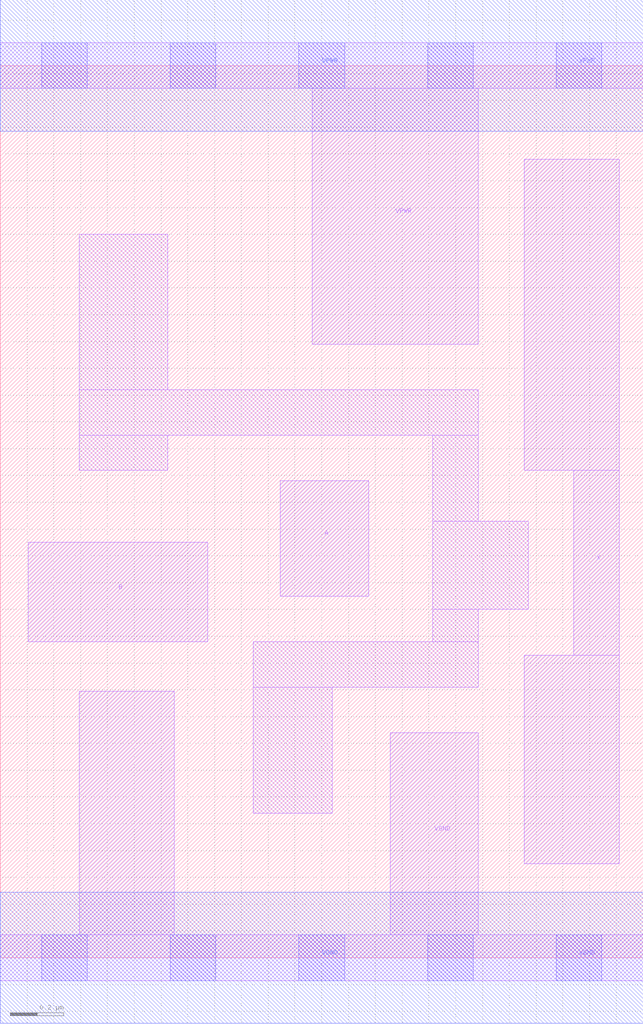
<source format=lef>
# Copyright 2020 The SkyWater PDK Authors
#
# Licensed under the Apache License, Version 2.0 (the "License");
# you may not use this file except in compliance with the License.
# You may obtain a copy of the License at
#
#     https://www.apache.org/licenses/LICENSE-2.0
#
# Unless required by applicable law or agreed to in writing, software
# distributed under the License is distributed on an "AS IS" BASIS,
# WITHOUT WARRANTIES OR CONDITIONS OF ANY KIND, either express or implied.
# See the License for the specific language governing permissions and
# limitations under the License.
#
# SPDX-License-Identifier: Apache-2.0

VERSION 5.7 ;
  NAMESCASESENSITIVE ON ;
  NOWIREEXTENSIONATPIN ON ;
  DIVIDERCHAR "/" ;
  BUSBITCHARS "[]" ;
UNITS
  DATABASE MICRONS 200 ;
END UNITS
MACRO sky130_fd_sc_hs__or2_1
  CLASS CORE ;
  SOURCE USER ;
  FOREIGN sky130_fd_sc_hs__or2_1 ;
  ORIGIN  0.000000  0.000000 ;
  SIZE  2.400000 BY  3.330000 ;
  SYMMETRY X Y ;
  SITE unit ;
  PIN A
    ANTENNAGATEAREA  0.208500 ;
    DIRECTION INPUT ;
    USE SIGNAL ;
    PORT
      LAYER li1 ;
        RECT 1.045000 1.350000 1.375000 1.780000 ;
    END
  END A
  PIN B
    ANTENNAGATEAREA  0.208500 ;
    DIRECTION INPUT ;
    USE SIGNAL ;
    PORT
      LAYER li1 ;
        RECT 0.105000 1.180000 0.775000 1.550000 ;
    END
  END B
  PIN X
    ANTENNADIFFAREA  0.541300 ;
    DIRECTION OUTPUT ;
    USE SIGNAL ;
    PORT
      LAYER li1 ;
        RECT 1.955000 0.350000 2.310000 1.130000 ;
        RECT 1.955000 1.820000 2.310000 2.980000 ;
        RECT 2.140000 1.130000 2.310000 1.820000 ;
    END
  END X
  PIN VGND
    DIRECTION INOUT ;
    USE GROUND ;
    PORT
      LAYER li1 ;
        RECT 0.000000 -0.085000 2.400000 0.085000 ;
        RECT 0.295000  0.085000 0.650000 0.995000 ;
        RECT 1.455000  0.085000 1.785000 0.840000 ;
      LAYER mcon ;
        RECT 0.155000 -0.085000 0.325000 0.085000 ;
        RECT 0.635000 -0.085000 0.805000 0.085000 ;
        RECT 1.115000 -0.085000 1.285000 0.085000 ;
        RECT 1.595000 -0.085000 1.765000 0.085000 ;
        RECT 2.075000 -0.085000 2.245000 0.085000 ;
      LAYER met1 ;
        RECT 0.000000 -0.245000 2.400000 0.245000 ;
    END
  END VGND
  PIN VPWR
    DIRECTION INOUT ;
    USE POWER ;
    PORT
      LAYER li1 ;
        RECT 0.000000 3.245000 2.400000 3.415000 ;
        RECT 1.165000 2.290000 1.785000 3.245000 ;
      LAYER mcon ;
        RECT 0.155000 3.245000 0.325000 3.415000 ;
        RECT 0.635000 3.245000 0.805000 3.415000 ;
        RECT 1.115000 3.245000 1.285000 3.415000 ;
        RECT 1.595000 3.245000 1.765000 3.415000 ;
        RECT 2.075000 3.245000 2.245000 3.415000 ;
      LAYER met1 ;
        RECT 0.000000 3.085000 2.400000 3.575000 ;
    END
  END VPWR
  OBS
    LAYER li1 ;
      RECT 0.295000 1.820000 0.625000 1.950000 ;
      RECT 0.295000 1.950000 1.785000 2.120000 ;
      RECT 0.295000 2.120000 0.625000 2.700000 ;
      RECT 0.945000 0.540000 1.240000 1.010000 ;
      RECT 0.945000 1.010000 1.785000 1.180000 ;
      RECT 1.615000 1.180000 1.785000 1.300000 ;
      RECT 1.615000 1.300000 1.970000 1.630000 ;
      RECT 1.615000 1.630000 1.785000 1.950000 ;
  END
END sky130_fd_sc_hs__or2_1

</source>
